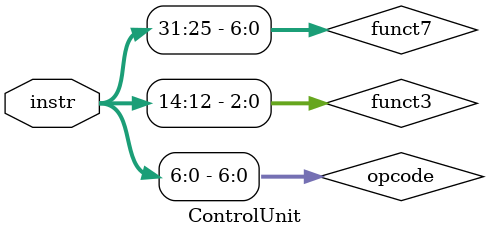
<source format=v>
module ControlUnit(
  input [31:0] instr
  );

  wire [6:0] opcode;
  wire [2:0] funct3;
  wire [6:0] funct7;

  assign opcode = instr[6:0];
  assign funct3 = instr[14:12];
  assign funct7 = instr[31:25];

  always @(*)
  begin
    case(opcode) 
      7'b011_0011: begin
      end               
      default: begin
      end  
    endcase
  end
endmodule




</source>
